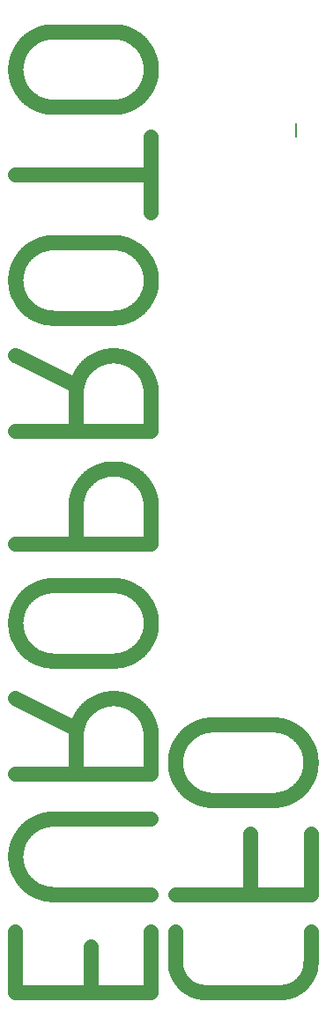
<source format=gbo>
G04 EAGLE Gerber RS-274X export*
G75*
%MOMM*%
%FSLAX34Y34*%
%LPD*%
%INBottom Silkscreen*%
%IPPOS*%
%AMOC8*
5,1,8,0,0,1.08239X$1,22.5*%
G01*
%ADD10C,1.447800*%
%ADD11C,0.203200*%


D10*
X173406Y75311D02*
X173406Y46355D01*
X173414Y45655D01*
X173440Y44956D01*
X173482Y44258D01*
X173541Y43560D01*
X173617Y42865D01*
X173710Y42171D01*
X173819Y41480D01*
X173945Y40792D01*
X174088Y40107D01*
X174247Y39425D01*
X174423Y38748D01*
X174615Y38075D01*
X174823Y37407D01*
X175047Y36744D01*
X175288Y36087D01*
X175544Y35436D01*
X175815Y34791D01*
X176103Y34153D01*
X176405Y33522D01*
X176723Y32898D01*
X177055Y32283D01*
X177403Y31675D01*
X177765Y31077D01*
X178141Y30487D01*
X178532Y29906D01*
X178936Y29335D01*
X179354Y28774D01*
X179786Y28223D01*
X180230Y27683D01*
X180688Y27154D01*
X181158Y26636D01*
X181641Y26129D01*
X182136Y25634D01*
X182643Y25151D01*
X183161Y24681D01*
X183690Y24223D01*
X184230Y23779D01*
X184781Y23347D01*
X185342Y22929D01*
X185913Y22525D01*
X186494Y22134D01*
X187084Y21758D01*
X187682Y21396D01*
X188290Y21048D01*
X188905Y20716D01*
X189529Y20398D01*
X190160Y20096D01*
X190798Y19808D01*
X191443Y19537D01*
X192094Y19281D01*
X192751Y19040D01*
X193414Y18816D01*
X194082Y18608D01*
X194755Y18416D01*
X195432Y18240D01*
X196114Y18081D01*
X196799Y17938D01*
X197487Y17812D01*
X198178Y17703D01*
X198872Y17610D01*
X199567Y17534D01*
X200265Y17475D01*
X200963Y17433D01*
X201662Y17407D01*
X202362Y17399D01*
X274752Y17399D01*
X275452Y17407D01*
X276151Y17433D01*
X276849Y17475D01*
X277547Y17534D01*
X278242Y17610D01*
X278936Y17703D01*
X279627Y17812D01*
X280315Y17938D01*
X281000Y18081D01*
X281682Y18240D01*
X282359Y18416D01*
X283032Y18608D01*
X283700Y18816D01*
X284363Y19040D01*
X285020Y19281D01*
X285671Y19537D01*
X286316Y19808D01*
X286954Y20096D01*
X287585Y20398D01*
X288209Y20716D01*
X288824Y21048D01*
X289432Y21396D01*
X290030Y21758D01*
X290620Y22134D01*
X291201Y22525D01*
X291772Y22929D01*
X292333Y23347D01*
X292884Y23779D01*
X293424Y24223D01*
X293953Y24681D01*
X294471Y25151D01*
X294978Y25634D01*
X295473Y26129D01*
X295956Y26636D01*
X296426Y27154D01*
X296884Y27683D01*
X297328Y28223D01*
X297760Y28774D01*
X298178Y29335D01*
X298582Y29906D01*
X298973Y30487D01*
X299349Y31077D01*
X299711Y31675D01*
X300059Y32283D01*
X300391Y32898D01*
X300709Y33522D01*
X301011Y34153D01*
X301299Y34791D01*
X301570Y35436D01*
X301826Y36087D01*
X302067Y36744D01*
X302291Y37407D01*
X302499Y38075D01*
X302691Y38748D01*
X302867Y39425D01*
X303026Y40107D01*
X303169Y40792D01*
X303295Y41480D01*
X303404Y42171D01*
X303497Y42865D01*
X303573Y43560D01*
X303632Y44258D01*
X303674Y44956D01*
X303700Y45655D01*
X303708Y46355D01*
X303708Y75311D01*
X303708Y111506D02*
X173406Y111506D01*
X303708Y111506D02*
X303708Y169418D01*
X245796Y169418D02*
X245796Y111506D01*
X267513Y201994D02*
X209601Y201994D01*
X267513Y201994D02*
X268394Y202005D01*
X269275Y202037D01*
X270155Y202091D01*
X271033Y202166D01*
X271909Y202262D01*
X272783Y202380D01*
X273653Y202519D01*
X274520Y202679D01*
X275383Y202860D01*
X276241Y203062D01*
X277094Y203285D01*
X277941Y203529D01*
X278782Y203793D01*
X279616Y204077D01*
X280443Y204382D01*
X281262Y204707D01*
X282074Y205052D01*
X282876Y205416D01*
X283670Y205800D01*
X284454Y206203D01*
X285227Y206625D01*
X285991Y207066D01*
X286743Y207525D01*
X287484Y208002D01*
X288213Y208498D01*
X288930Y209011D01*
X289634Y209541D01*
X290325Y210088D01*
X291003Y210652D01*
X291667Y211232D01*
X292316Y211828D01*
X292950Y212440D01*
X293570Y213067D01*
X294174Y213709D01*
X294762Y214365D01*
X295334Y215036D01*
X295890Y215720D01*
X296428Y216418D01*
X296950Y217129D01*
X297454Y217852D01*
X297940Y218587D01*
X298409Y219334D01*
X298859Y220092D01*
X299290Y220860D01*
X299703Y221639D01*
X300096Y222428D01*
X300470Y223226D01*
X300825Y224033D01*
X301160Y224848D01*
X301475Y225672D01*
X301769Y226502D01*
X302044Y227340D01*
X302298Y228184D01*
X302531Y229034D01*
X302744Y229890D01*
X302935Y230750D01*
X303106Y231615D01*
X303255Y232483D01*
X303384Y233355D01*
X303491Y234230D01*
X303577Y235108D01*
X303641Y235987D01*
X303684Y236867D01*
X303705Y237748D01*
X303705Y238630D01*
X303684Y239511D01*
X303641Y240391D01*
X303577Y241270D01*
X303491Y242148D01*
X303384Y243023D01*
X303255Y243895D01*
X303106Y244763D01*
X302935Y245628D01*
X302744Y246488D01*
X302531Y247344D01*
X302298Y248194D01*
X302044Y249038D01*
X301769Y249876D01*
X301475Y250706D01*
X301160Y251530D01*
X300825Y252345D01*
X300470Y253152D01*
X300096Y253950D01*
X299703Y254739D01*
X299290Y255518D01*
X298859Y256287D01*
X298409Y257044D01*
X297940Y257791D01*
X297454Y258526D01*
X296950Y259249D01*
X296428Y259960D01*
X295890Y260658D01*
X295334Y261342D01*
X294762Y262013D01*
X294174Y262669D01*
X293570Y263311D01*
X292950Y263938D01*
X292316Y264550D01*
X291667Y265146D01*
X291003Y265726D01*
X290325Y266290D01*
X289634Y266837D01*
X288930Y267367D01*
X288213Y267880D01*
X287484Y268376D01*
X286743Y268853D01*
X285991Y269312D01*
X285227Y269753D01*
X284454Y270175D01*
X283670Y270578D01*
X282876Y270962D01*
X282074Y271326D01*
X281262Y271671D01*
X280443Y271996D01*
X279616Y272301D01*
X278782Y272585D01*
X277941Y272849D01*
X277094Y273093D01*
X276241Y273316D01*
X275383Y273518D01*
X274520Y273699D01*
X273653Y273859D01*
X272783Y273998D01*
X271909Y274116D01*
X271033Y274212D01*
X270155Y274287D01*
X269275Y274341D01*
X268394Y274373D01*
X267513Y274384D01*
X209601Y274384D01*
X208720Y274373D01*
X207839Y274341D01*
X206959Y274287D01*
X206081Y274212D01*
X205205Y274116D01*
X204331Y273998D01*
X203461Y273859D01*
X202594Y273699D01*
X201731Y273518D01*
X200873Y273316D01*
X200020Y273093D01*
X199173Y272849D01*
X198332Y272585D01*
X197498Y272301D01*
X196671Y271996D01*
X195852Y271671D01*
X195040Y271326D01*
X194238Y270962D01*
X193444Y270578D01*
X192660Y270175D01*
X191887Y269753D01*
X191123Y269312D01*
X190371Y268853D01*
X189630Y268376D01*
X188901Y267880D01*
X188184Y267367D01*
X187480Y266837D01*
X186789Y266290D01*
X186111Y265726D01*
X185447Y265146D01*
X184798Y264550D01*
X184164Y263938D01*
X183544Y263311D01*
X182940Y262669D01*
X182352Y262013D01*
X181780Y261342D01*
X181224Y260658D01*
X180686Y259960D01*
X180164Y259249D01*
X179660Y258526D01*
X179174Y257791D01*
X178705Y257044D01*
X178255Y256286D01*
X177824Y255518D01*
X177411Y254739D01*
X177018Y253950D01*
X176644Y253152D01*
X176289Y252345D01*
X175954Y251530D01*
X175639Y250706D01*
X175345Y249876D01*
X175070Y249038D01*
X174816Y248194D01*
X174583Y247344D01*
X174370Y246488D01*
X174179Y245628D01*
X174008Y244763D01*
X173859Y243895D01*
X173730Y243023D01*
X173623Y242148D01*
X173537Y241270D01*
X173473Y240391D01*
X173430Y239511D01*
X173409Y238630D01*
X173409Y237748D01*
X173430Y236867D01*
X173473Y235987D01*
X173537Y235108D01*
X173623Y234230D01*
X173730Y233355D01*
X173859Y232483D01*
X174008Y231615D01*
X174179Y230750D01*
X174370Y229890D01*
X174583Y229034D01*
X174816Y228184D01*
X175070Y227340D01*
X175345Y226502D01*
X175639Y225672D01*
X175954Y224848D01*
X176289Y224033D01*
X176644Y223226D01*
X177018Y222428D01*
X177411Y221639D01*
X177824Y220860D01*
X178255Y220091D01*
X178705Y219334D01*
X179174Y218587D01*
X179660Y217852D01*
X180164Y217129D01*
X180686Y216418D01*
X181224Y215720D01*
X181780Y215036D01*
X182352Y214365D01*
X182940Y213709D01*
X183544Y213067D01*
X184164Y212440D01*
X184798Y211828D01*
X185447Y211232D01*
X186111Y210652D01*
X186789Y210088D01*
X187480Y209541D01*
X188184Y209011D01*
X188901Y208498D01*
X189630Y208002D01*
X190371Y207525D01*
X191123Y207066D01*
X191887Y206625D01*
X192660Y206203D01*
X193444Y205800D01*
X194238Y205416D01*
X195040Y205052D01*
X195852Y204707D01*
X196671Y204382D01*
X197498Y204077D01*
X198332Y203793D01*
X199173Y203529D01*
X200020Y203285D01*
X200873Y203062D01*
X201731Y202860D01*
X202594Y202679D01*
X203461Y202519D01*
X204331Y202380D01*
X205205Y202262D01*
X206081Y202166D01*
X206959Y202091D01*
X207839Y202037D01*
X208720Y202005D01*
X209601Y201994D01*
X19939Y75311D02*
X19939Y17399D01*
X150241Y17399D01*
X150241Y75311D01*
X92329Y60833D02*
X92329Y17399D01*
X56134Y111506D02*
X150241Y111506D01*
X56134Y111506D02*
X55253Y111517D01*
X54372Y111549D01*
X53492Y111603D01*
X52614Y111678D01*
X51738Y111774D01*
X50864Y111892D01*
X49994Y112031D01*
X49127Y112191D01*
X48264Y112372D01*
X47406Y112574D01*
X46553Y112797D01*
X45706Y113041D01*
X44865Y113305D01*
X44031Y113589D01*
X43204Y113894D01*
X42385Y114219D01*
X41573Y114564D01*
X40771Y114928D01*
X39977Y115312D01*
X39193Y115715D01*
X38420Y116137D01*
X37656Y116578D01*
X36904Y117037D01*
X36163Y117514D01*
X35434Y118010D01*
X34717Y118523D01*
X34013Y119053D01*
X33322Y119600D01*
X32644Y120164D01*
X31980Y120744D01*
X31331Y121340D01*
X30697Y121952D01*
X30077Y122579D01*
X29473Y123221D01*
X28885Y123877D01*
X28313Y124548D01*
X27757Y125232D01*
X27219Y125930D01*
X26697Y126641D01*
X26193Y127364D01*
X25707Y128099D01*
X25238Y128846D01*
X24788Y129603D01*
X24357Y130372D01*
X23944Y131151D01*
X23551Y131940D01*
X23177Y132738D01*
X22822Y133545D01*
X22487Y134360D01*
X22172Y135184D01*
X21878Y136014D01*
X21603Y136852D01*
X21349Y137696D01*
X21116Y138546D01*
X20903Y139402D01*
X20712Y140262D01*
X20541Y141127D01*
X20392Y141995D01*
X20263Y142867D01*
X20156Y143742D01*
X20070Y144620D01*
X20006Y145499D01*
X19963Y146379D01*
X19942Y147260D01*
X19942Y148142D01*
X19963Y149023D01*
X20006Y149903D01*
X20070Y150782D01*
X20156Y151660D01*
X20263Y152535D01*
X20392Y153407D01*
X20541Y154275D01*
X20712Y155140D01*
X20903Y156000D01*
X21116Y156856D01*
X21349Y157706D01*
X21603Y158550D01*
X21878Y159388D01*
X22172Y160218D01*
X22487Y161042D01*
X22822Y161857D01*
X23177Y162664D01*
X23551Y163462D01*
X23944Y164251D01*
X24357Y165030D01*
X24788Y165798D01*
X25238Y166556D01*
X25707Y167303D01*
X26193Y168038D01*
X26697Y168761D01*
X27219Y169472D01*
X27757Y170170D01*
X28313Y170854D01*
X28885Y171525D01*
X29473Y172181D01*
X30077Y172823D01*
X30697Y173450D01*
X31331Y174062D01*
X31980Y174658D01*
X32644Y175238D01*
X33322Y175802D01*
X34013Y176349D01*
X34717Y176879D01*
X35434Y177392D01*
X36163Y177888D01*
X36904Y178365D01*
X37656Y178824D01*
X38420Y179265D01*
X39193Y179687D01*
X39977Y180090D01*
X40771Y180474D01*
X41573Y180838D01*
X42385Y181183D01*
X43204Y181508D01*
X44031Y181813D01*
X44865Y182097D01*
X45706Y182361D01*
X46553Y182605D01*
X47406Y182828D01*
X48264Y183030D01*
X49127Y183211D01*
X49994Y183371D01*
X50864Y183510D01*
X51738Y183628D01*
X52614Y183724D01*
X53492Y183799D01*
X54372Y183853D01*
X55253Y183885D01*
X56134Y183896D01*
X150241Y183896D01*
X150241Y227330D02*
X19939Y227330D01*
X150241Y227330D02*
X150241Y263525D01*
X150230Y264406D01*
X150198Y265287D01*
X150144Y266167D01*
X150069Y267045D01*
X149973Y267921D01*
X149855Y268795D01*
X149716Y269665D01*
X149556Y270532D01*
X149375Y271395D01*
X149173Y272253D01*
X148950Y273106D01*
X148706Y273953D01*
X148442Y274794D01*
X148158Y275628D01*
X147853Y276455D01*
X147528Y277274D01*
X147183Y278086D01*
X146819Y278888D01*
X146435Y279682D01*
X146032Y280466D01*
X145610Y281239D01*
X145169Y282003D01*
X144710Y282755D01*
X144233Y283496D01*
X143737Y284225D01*
X143224Y284942D01*
X142694Y285646D01*
X142147Y286337D01*
X141583Y287015D01*
X141003Y287679D01*
X140407Y288328D01*
X139795Y288962D01*
X139168Y289582D01*
X138526Y290186D01*
X137870Y290774D01*
X137199Y291346D01*
X136515Y291902D01*
X135817Y292440D01*
X135106Y292962D01*
X134383Y293466D01*
X133648Y293952D01*
X132901Y294421D01*
X132144Y294871D01*
X131375Y295302D01*
X130596Y295715D01*
X129807Y296108D01*
X129009Y296482D01*
X128202Y296837D01*
X127387Y297172D01*
X126563Y297487D01*
X125733Y297781D01*
X124895Y298056D01*
X124051Y298310D01*
X123201Y298543D01*
X122345Y298756D01*
X121485Y298947D01*
X120620Y299118D01*
X119752Y299267D01*
X118880Y299396D01*
X118005Y299503D01*
X117127Y299589D01*
X116248Y299653D01*
X115368Y299696D01*
X114487Y299717D01*
X113605Y299717D01*
X112724Y299696D01*
X111844Y299653D01*
X110965Y299589D01*
X110087Y299503D01*
X109212Y299396D01*
X108340Y299267D01*
X107472Y299118D01*
X106607Y298947D01*
X105747Y298756D01*
X104891Y298543D01*
X104041Y298310D01*
X103197Y298056D01*
X102359Y297781D01*
X101529Y297487D01*
X100705Y297172D01*
X99890Y296837D01*
X99083Y296482D01*
X98285Y296108D01*
X97496Y295715D01*
X96717Y295302D01*
X95949Y294871D01*
X95191Y294421D01*
X94444Y293952D01*
X93709Y293466D01*
X92986Y292962D01*
X92275Y292440D01*
X91577Y291902D01*
X90893Y291346D01*
X90222Y290774D01*
X89566Y290186D01*
X88924Y289582D01*
X88297Y288962D01*
X87685Y288328D01*
X87089Y287679D01*
X86509Y287015D01*
X85945Y286337D01*
X85398Y285646D01*
X84868Y284942D01*
X84355Y284225D01*
X83859Y283496D01*
X83382Y282755D01*
X82923Y282003D01*
X82482Y281239D01*
X82060Y280466D01*
X81657Y279682D01*
X81273Y278888D01*
X80909Y278086D01*
X80564Y277274D01*
X80239Y276455D01*
X79934Y275628D01*
X79650Y274794D01*
X79386Y273953D01*
X79142Y273106D01*
X78919Y272253D01*
X78717Y271395D01*
X78536Y270532D01*
X78376Y269665D01*
X78237Y268795D01*
X78119Y267921D01*
X78023Y267045D01*
X77948Y266167D01*
X77894Y265287D01*
X77862Y264406D01*
X77851Y263525D01*
X77851Y227330D01*
X77851Y270764D02*
X19939Y299720D01*
X56134Y335915D02*
X114046Y335915D01*
X114927Y335926D01*
X115808Y335958D01*
X116688Y336012D01*
X117566Y336087D01*
X118442Y336183D01*
X119316Y336301D01*
X120186Y336440D01*
X121053Y336600D01*
X121916Y336781D01*
X122774Y336983D01*
X123627Y337206D01*
X124474Y337450D01*
X125315Y337714D01*
X126149Y337998D01*
X126976Y338303D01*
X127795Y338628D01*
X128607Y338973D01*
X129409Y339337D01*
X130203Y339721D01*
X130987Y340124D01*
X131760Y340546D01*
X132524Y340987D01*
X133276Y341446D01*
X134017Y341923D01*
X134746Y342419D01*
X135463Y342932D01*
X136167Y343462D01*
X136858Y344009D01*
X137536Y344573D01*
X138200Y345153D01*
X138849Y345749D01*
X139483Y346361D01*
X140103Y346988D01*
X140707Y347630D01*
X141295Y348286D01*
X141867Y348957D01*
X142423Y349641D01*
X142961Y350339D01*
X143483Y351050D01*
X143987Y351773D01*
X144473Y352508D01*
X144942Y353255D01*
X145392Y354013D01*
X145823Y354781D01*
X146236Y355560D01*
X146629Y356349D01*
X147003Y357147D01*
X147358Y357954D01*
X147693Y358769D01*
X148008Y359593D01*
X148302Y360423D01*
X148577Y361261D01*
X148831Y362105D01*
X149064Y362955D01*
X149277Y363811D01*
X149468Y364671D01*
X149639Y365536D01*
X149788Y366404D01*
X149917Y367276D01*
X150024Y368151D01*
X150110Y369029D01*
X150174Y369908D01*
X150217Y370788D01*
X150238Y371669D01*
X150238Y372551D01*
X150217Y373432D01*
X150174Y374312D01*
X150110Y375191D01*
X150024Y376069D01*
X149917Y376944D01*
X149788Y377816D01*
X149639Y378684D01*
X149468Y379549D01*
X149277Y380409D01*
X149064Y381265D01*
X148831Y382115D01*
X148577Y382959D01*
X148302Y383797D01*
X148008Y384627D01*
X147693Y385451D01*
X147358Y386266D01*
X147003Y387073D01*
X146629Y387871D01*
X146236Y388660D01*
X145823Y389439D01*
X145392Y390208D01*
X144942Y390965D01*
X144473Y391712D01*
X143987Y392447D01*
X143483Y393170D01*
X142961Y393881D01*
X142423Y394579D01*
X141867Y395263D01*
X141295Y395934D01*
X140707Y396590D01*
X140103Y397232D01*
X139483Y397859D01*
X138849Y398471D01*
X138200Y399067D01*
X137536Y399647D01*
X136858Y400211D01*
X136167Y400758D01*
X135463Y401288D01*
X134746Y401801D01*
X134017Y402297D01*
X133276Y402774D01*
X132524Y403233D01*
X131760Y403674D01*
X130987Y404096D01*
X130203Y404499D01*
X129409Y404883D01*
X128607Y405247D01*
X127795Y405592D01*
X126976Y405917D01*
X126149Y406222D01*
X125315Y406506D01*
X124474Y406770D01*
X123627Y407014D01*
X122774Y407237D01*
X121916Y407439D01*
X121053Y407620D01*
X120186Y407780D01*
X119316Y407919D01*
X118442Y408037D01*
X117566Y408133D01*
X116688Y408208D01*
X115808Y408262D01*
X114927Y408294D01*
X114046Y408305D01*
X56134Y408305D01*
X55253Y408294D01*
X54372Y408262D01*
X53492Y408208D01*
X52614Y408133D01*
X51738Y408037D01*
X50864Y407919D01*
X49994Y407780D01*
X49127Y407620D01*
X48264Y407439D01*
X47406Y407237D01*
X46553Y407014D01*
X45706Y406770D01*
X44865Y406506D01*
X44031Y406222D01*
X43204Y405917D01*
X42385Y405592D01*
X41573Y405247D01*
X40771Y404883D01*
X39977Y404499D01*
X39193Y404096D01*
X38420Y403674D01*
X37656Y403233D01*
X36904Y402774D01*
X36163Y402297D01*
X35434Y401801D01*
X34717Y401288D01*
X34013Y400758D01*
X33322Y400211D01*
X32644Y399647D01*
X31980Y399067D01*
X31331Y398471D01*
X30697Y397859D01*
X30077Y397232D01*
X29473Y396590D01*
X28885Y395934D01*
X28313Y395263D01*
X27757Y394579D01*
X27219Y393881D01*
X26697Y393170D01*
X26193Y392447D01*
X25707Y391712D01*
X25238Y390965D01*
X24788Y390208D01*
X24357Y389439D01*
X23944Y388660D01*
X23551Y387871D01*
X23177Y387073D01*
X22822Y386266D01*
X22487Y385451D01*
X22172Y384627D01*
X21878Y383797D01*
X21603Y382959D01*
X21349Y382115D01*
X21116Y381265D01*
X20903Y380409D01*
X20712Y379549D01*
X20541Y378684D01*
X20392Y377816D01*
X20263Y376944D01*
X20156Y376069D01*
X20070Y375191D01*
X20006Y374312D01*
X19963Y373432D01*
X19942Y372551D01*
X19942Y371669D01*
X19963Y370788D01*
X20006Y369908D01*
X20070Y369029D01*
X20156Y368151D01*
X20263Y367276D01*
X20392Y366404D01*
X20541Y365536D01*
X20712Y364671D01*
X20903Y363811D01*
X21116Y362955D01*
X21349Y362105D01*
X21603Y361261D01*
X21878Y360423D01*
X22172Y359593D01*
X22487Y358769D01*
X22822Y357954D01*
X23177Y357147D01*
X23551Y356349D01*
X23944Y355560D01*
X24357Y354781D01*
X24788Y354012D01*
X25238Y353255D01*
X25707Y352508D01*
X26193Y351773D01*
X26697Y351050D01*
X27219Y350339D01*
X27757Y349641D01*
X28313Y348957D01*
X28885Y348286D01*
X29473Y347630D01*
X30077Y346988D01*
X30697Y346361D01*
X31331Y345749D01*
X31980Y345153D01*
X32644Y344573D01*
X33322Y344009D01*
X34013Y343462D01*
X34717Y342932D01*
X35434Y342419D01*
X36163Y341923D01*
X36904Y341446D01*
X37656Y340987D01*
X38420Y340546D01*
X39193Y340124D01*
X39977Y339721D01*
X40771Y339337D01*
X41573Y338973D01*
X42385Y338628D01*
X43204Y338303D01*
X44031Y337998D01*
X44865Y337714D01*
X45706Y337450D01*
X46553Y337206D01*
X47406Y336983D01*
X48264Y336781D01*
X49127Y336600D01*
X49994Y336440D01*
X50864Y336301D01*
X51738Y336183D01*
X52614Y336087D01*
X53492Y336012D01*
X54372Y335958D01*
X55253Y335926D01*
X56134Y335915D01*
X19939Y448120D02*
X150241Y448120D01*
X150241Y484315D01*
X150230Y485196D01*
X150198Y486077D01*
X150144Y486957D01*
X150069Y487835D01*
X149973Y488711D01*
X149855Y489585D01*
X149716Y490455D01*
X149556Y491322D01*
X149375Y492185D01*
X149173Y493043D01*
X148950Y493896D01*
X148706Y494743D01*
X148442Y495584D01*
X148158Y496418D01*
X147853Y497245D01*
X147528Y498064D01*
X147183Y498876D01*
X146819Y499678D01*
X146435Y500472D01*
X146032Y501256D01*
X145610Y502029D01*
X145169Y502793D01*
X144710Y503545D01*
X144233Y504286D01*
X143737Y505015D01*
X143224Y505732D01*
X142694Y506436D01*
X142147Y507127D01*
X141583Y507805D01*
X141003Y508469D01*
X140407Y509118D01*
X139795Y509752D01*
X139168Y510372D01*
X138526Y510976D01*
X137870Y511564D01*
X137199Y512136D01*
X136515Y512692D01*
X135817Y513230D01*
X135106Y513752D01*
X134383Y514256D01*
X133648Y514742D01*
X132901Y515211D01*
X132144Y515661D01*
X131375Y516092D01*
X130596Y516505D01*
X129807Y516898D01*
X129009Y517272D01*
X128202Y517627D01*
X127387Y517962D01*
X126563Y518277D01*
X125733Y518571D01*
X124895Y518846D01*
X124051Y519100D01*
X123201Y519333D01*
X122345Y519546D01*
X121485Y519737D01*
X120620Y519908D01*
X119752Y520057D01*
X118880Y520186D01*
X118005Y520293D01*
X117127Y520379D01*
X116248Y520443D01*
X115368Y520486D01*
X114487Y520507D01*
X113605Y520507D01*
X112724Y520486D01*
X111844Y520443D01*
X110965Y520379D01*
X110087Y520293D01*
X109212Y520186D01*
X108340Y520057D01*
X107472Y519908D01*
X106607Y519737D01*
X105747Y519546D01*
X104891Y519333D01*
X104041Y519100D01*
X103197Y518846D01*
X102359Y518571D01*
X101529Y518277D01*
X100705Y517962D01*
X99890Y517627D01*
X99083Y517272D01*
X98285Y516898D01*
X97496Y516505D01*
X96717Y516092D01*
X95949Y515661D01*
X95191Y515211D01*
X94444Y514742D01*
X93709Y514256D01*
X92986Y513752D01*
X92275Y513230D01*
X91577Y512692D01*
X90893Y512136D01*
X90222Y511564D01*
X89566Y510976D01*
X88924Y510372D01*
X88297Y509752D01*
X87685Y509118D01*
X87089Y508469D01*
X86509Y507805D01*
X85945Y507127D01*
X85398Y506436D01*
X84868Y505732D01*
X84355Y505015D01*
X83859Y504286D01*
X83382Y503545D01*
X82923Y502793D01*
X82482Y502029D01*
X82060Y501256D01*
X81657Y500472D01*
X81273Y499678D01*
X80909Y498876D01*
X80564Y498064D01*
X80239Y497245D01*
X79934Y496418D01*
X79650Y495584D01*
X79386Y494743D01*
X79142Y493896D01*
X78919Y493043D01*
X78717Y492185D01*
X78536Y491322D01*
X78376Y490455D01*
X78237Y489585D01*
X78119Y488711D01*
X78023Y487835D01*
X77948Y486957D01*
X77894Y486077D01*
X77862Y485196D01*
X77851Y484315D01*
X77851Y448120D01*
X19939Y556705D02*
X150241Y556705D01*
X150241Y592900D01*
X150230Y593781D01*
X150198Y594662D01*
X150144Y595542D01*
X150069Y596420D01*
X149973Y597296D01*
X149855Y598170D01*
X149716Y599040D01*
X149556Y599907D01*
X149375Y600770D01*
X149173Y601628D01*
X148950Y602481D01*
X148706Y603328D01*
X148442Y604169D01*
X148158Y605003D01*
X147853Y605830D01*
X147528Y606649D01*
X147183Y607461D01*
X146819Y608263D01*
X146435Y609057D01*
X146032Y609841D01*
X145610Y610614D01*
X145169Y611378D01*
X144710Y612130D01*
X144233Y612871D01*
X143737Y613600D01*
X143224Y614317D01*
X142694Y615021D01*
X142147Y615712D01*
X141583Y616390D01*
X141003Y617054D01*
X140407Y617703D01*
X139795Y618337D01*
X139168Y618957D01*
X138526Y619561D01*
X137870Y620149D01*
X137199Y620721D01*
X136515Y621277D01*
X135817Y621815D01*
X135106Y622337D01*
X134383Y622841D01*
X133648Y623327D01*
X132901Y623796D01*
X132144Y624246D01*
X131375Y624677D01*
X130596Y625090D01*
X129807Y625483D01*
X129009Y625857D01*
X128202Y626212D01*
X127387Y626547D01*
X126563Y626862D01*
X125733Y627156D01*
X124895Y627431D01*
X124051Y627685D01*
X123201Y627918D01*
X122345Y628131D01*
X121485Y628322D01*
X120620Y628493D01*
X119752Y628642D01*
X118880Y628771D01*
X118005Y628878D01*
X117127Y628964D01*
X116248Y629028D01*
X115368Y629071D01*
X114487Y629092D01*
X113605Y629092D01*
X112724Y629071D01*
X111844Y629028D01*
X110965Y628964D01*
X110087Y628878D01*
X109212Y628771D01*
X108340Y628642D01*
X107472Y628493D01*
X106607Y628322D01*
X105747Y628131D01*
X104891Y627918D01*
X104041Y627685D01*
X103197Y627431D01*
X102359Y627156D01*
X101529Y626862D01*
X100705Y626547D01*
X99890Y626212D01*
X99083Y625857D01*
X98285Y625483D01*
X97496Y625090D01*
X96717Y624677D01*
X95949Y624246D01*
X95191Y623796D01*
X94444Y623327D01*
X93709Y622841D01*
X92986Y622337D01*
X92275Y621815D01*
X91577Y621277D01*
X90893Y620721D01*
X90222Y620149D01*
X89566Y619561D01*
X88924Y618957D01*
X88297Y618337D01*
X87685Y617703D01*
X87089Y617054D01*
X86509Y616390D01*
X85945Y615712D01*
X85398Y615021D01*
X84868Y614317D01*
X84355Y613600D01*
X83859Y612871D01*
X83382Y612130D01*
X82923Y611378D01*
X82482Y610614D01*
X82060Y609841D01*
X81657Y609057D01*
X81273Y608263D01*
X80909Y607461D01*
X80564Y606649D01*
X80239Y605830D01*
X79934Y605003D01*
X79650Y604169D01*
X79386Y603328D01*
X79142Y602481D01*
X78919Y601628D01*
X78717Y600770D01*
X78536Y599907D01*
X78376Y599040D01*
X78237Y598170D01*
X78119Y597296D01*
X78023Y596420D01*
X77948Y595542D01*
X77894Y594662D01*
X77862Y593781D01*
X77851Y592900D01*
X77851Y556705D01*
X77851Y600139D02*
X19939Y629095D01*
X56134Y665290D02*
X114046Y665290D01*
X114927Y665301D01*
X115808Y665333D01*
X116688Y665387D01*
X117566Y665462D01*
X118442Y665558D01*
X119316Y665676D01*
X120186Y665815D01*
X121053Y665975D01*
X121916Y666156D01*
X122774Y666358D01*
X123627Y666581D01*
X124474Y666825D01*
X125315Y667089D01*
X126149Y667373D01*
X126976Y667678D01*
X127795Y668003D01*
X128607Y668348D01*
X129409Y668712D01*
X130203Y669096D01*
X130987Y669499D01*
X131760Y669921D01*
X132524Y670362D01*
X133276Y670821D01*
X134017Y671298D01*
X134746Y671794D01*
X135463Y672307D01*
X136167Y672837D01*
X136858Y673384D01*
X137536Y673948D01*
X138200Y674528D01*
X138849Y675124D01*
X139483Y675736D01*
X140103Y676363D01*
X140707Y677005D01*
X141295Y677661D01*
X141867Y678332D01*
X142423Y679016D01*
X142961Y679714D01*
X143483Y680425D01*
X143987Y681148D01*
X144473Y681883D01*
X144942Y682630D01*
X145392Y683388D01*
X145823Y684156D01*
X146236Y684935D01*
X146629Y685724D01*
X147003Y686522D01*
X147358Y687329D01*
X147693Y688144D01*
X148008Y688968D01*
X148302Y689798D01*
X148577Y690636D01*
X148831Y691480D01*
X149064Y692330D01*
X149277Y693186D01*
X149468Y694046D01*
X149639Y694911D01*
X149788Y695779D01*
X149917Y696651D01*
X150024Y697526D01*
X150110Y698404D01*
X150174Y699283D01*
X150217Y700163D01*
X150238Y701044D01*
X150238Y701926D01*
X150217Y702807D01*
X150174Y703687D01*
X150110Y704566D01*
X150024Y705444D01*
X149917Y706319D01*
X149788Y707191D01*
X149639Y708059D01*
X149468Y708924D01*
X149277Y709784D01*
X149064Y710640D01*
X148831Y711490D01*
X148577Y712334D01*
X148302Y713172D01*
X148008Y714002D01*
X147693Y714826D01*
X147358Y715641D01*
X147003Y716448D01*
X146629Y717246D01*
X146236Y718035D01*
X145823Y718814D01*
X145392Y719583D01*
X144942Y720340D01*
X144473Y721087D01*
X143987Y721822D01*
X143483Y722545D01*
X142961Y723256D01*
X142423Y723954D01*
X141867Y724638D01*
X141295Y725309D01*
X140707Y725965D01*
X140103Y726607D01*
X139483Y727234D01*
X138849Y727846D01*
X138200Y728442D01*
X137536Y729022D01*
X136858Y729586D01*
X136167Y730133D01*
X135463Y730663D01*
X134746Y731176D01*
X134017Y731672D01*
X133276Y732149D01*
X132524Y732608D01*
X131760Y733049D01*
X130987Y733471D01*
X130203Y733874D01*
X129409Y734258D01*
X128607Y734622D01*
X127795Y734967D01*
X126976Y735292D01*
X126149Y735597D01*
X125315Y735881D01*
X124474Y736145D01*
X123627Y736389D01*
X122774Y736612D01*
X121916Y736814D01*
X121053Y736995D01*
X120186Y737155D01*
X119316Y737294D01*
X118442Y737412D01*
X117566Y737508D01*
X116688Y737583D01*
X115808Y737637D01*
X114927Y737669D01*
X114046Y737680D01*
X56134Y737680D01*
X55253Y737669D01*
X54372Y737637D01*
X53492Y737583D01*
X52614Y737508D01*
X51738Y737412D01*
X50864Y737294D01*
X49994Y737155D01*
X49127Y736995D01*
X48264Y736814D01*
X47406Y736612D01*
X46553Y736389D01*
X45706Y736145D01*
X44865Y735881D01*
X44031Y735597D01*
X43204Y735292D01*
X42385Y734967D01*
X41573Y734622D01*
X40771Y734258D01*
X39977Y733874D01*
X39193Y733471D01*
X38420Y733049D01*
X37656Y732608D01*
X36904Y732149D01*
X36163Y731672D01*
X35434Y731176D01*
X34717Y730663D01*
X34013Y730133D01*
X33322Y729586D01*
X32644Y729022D01*
X31980Y728442D01*
X31331Y727846D01*
X30697Y727234D01*
X30077Y726607D01*
X29473Y725965D01*
X28885Y725309D01*
X28313Y724638D01*
X27757Y723954D01*
X27219Y723256D01*
X26697Y722545D01*
X26193Y721822D01*
X25707Y721087D01*
X25238Y720340D01*
X24788Y719583D01*
X24357Y718814D01*
X23944Y718035D01*
X23551Y717246D01*
X23177Y716448D01*
X22822Y715641D01*
X22487Y714826D01*
X22172Y714002D01*
X21878Y713172D01*
X21603Y712334D01*
X21349Y711490D01*
X21116Y710640D01*
X20903Y709784D01*
X20712Y708924D01*
X20541Y708059D01*
X20392Y707191D01*
X20263Y706319D01*
X20156Y705444D01*
X20070Y704566D01*
X20006Y703687D01*
X19963Y702807D01*
X19942Y701926D01*
X19942Y701044D01*
X19963Y700163D01*
X20006Y699283D01*
X20070Y698404D01*
X20156Y697526D01*
X20263Y696651D01*
X20392Y695779D01*
X20541Y694911D01*
X20712Y694046D01*
X20903Y693186D01*
X21116Y692330D01*
X21349Y691480D01*
X21603Y690636D01*
X21878Y689798D01*
X22172Y688968D01*
X22487Y688144D01*
X22822Y687329D01*
X23177Y686522D01*
X23551Y685724D01*
X23944Y684935D01*
X24357Y684156D01*
X24788Y683387D01*
X25238Y682630D01*
X25707Y681883D01*
X26193Y681148D01*
X26697Y680425D01*
X27219Y679714D01*
X27757Y679016D01*
X28313Y678332D01*
X28885Y677661D01*
X29473Y677005D01*
X30077Y676363D01*
X30697Y675736D01*
X31331Y675124D01*
X31980Y674528D01*
X32644Y673948D01*
X33322Y673384D01*
X34013Y672837D01*
X34717Y672307D01*
X35434Y671794D01*
X36163Y671298D01*
X36904Y670821D01*
X37656Y670362D01*
X38420Y669921D01*
X39193Y669499D01*
X39977Y669096D01*
X40771Y668712D01*
X41573Y668348D01*
X42385Y668003D01*
X43204Y667678D01*
X44031Y667373D01*
X44865Y667089D01*
X45706Y666825D01*
X46553Y666581D01*
X47406Y666358D01*
X48264Y666156D01*
X49127Y665975D01*
X49994Y665815D01*
X50864Y665676D01*
X51738Y665558D01*
X52614Y665462D01*
X53492Y665387D01*
X54372Y665333D01*
X55253Y665301D01*
X56134Y665290D01*
X19939Y802831D02*
X150241Y802831D01*
X150241Y766636D02*
X150241Y839026D01*
X114046Y867982D02*
X56134Y867982D01*
X114046Y867982D02*
X114927Y867993D01*
X115808Y868025D01*
X116688Y868079D01*
X117566Y868154D01*
X118442Y868250D01*
X119316Y868368D01*
X120186Y868507D01*
X121053Y868667D01*
X121916Y868848D01*
X122774Y869050D01*
X123627Y869273D01*
X124474Y869517D01*
X125315Y869781D01*
X126149Y870065D01*
X126976Y870370D01*
X127795Y870695D01*
X128607Y871040D01*
X129409Y871404D01*
X130203Y871788D01*
X130987Y872191D01*
X131760Y872613D01*
X132524Y873054D01*
X133276Y873513D01*
X134017Y873990D01*
X134746Y874486D01*
X135463Y874999D01*
X136167Y875529D01*
X136858Y876076D01*
X137536Y876640D01*
X138200Y877220D01*
X138849Y877816D01*
X139483Y878428D01*
X140103Y879055D01*
X140707Y879697D01*
X141295Y880353D01*
X141867Y881024D01*
X142423Y881708D01*
X142961Y882406D01*
X143483Y883117D01*
X143987Y883840D01*
X144473Y884575D01*
X144942Y885322D01*
X145392Y886080D01*
X145823Y886848D01*
X146236Y887627D01*
X146629Y888416D01*
X147003Y889214D01*
X147358Y890021D01*
X147693Y890836D01*
X148008Y891660D01*
X148302Y892490D01*
X148577Y893328D01*
X148831Y894172D01*
X149064Y895022D01*
X149277Y895878D01*
X149468Y896738D01*
X149639Y897603D01*
X149788Y898471D01*
X149917Y899343D01*
X150024Y900218D01*
X150110Y901096D01*
X150174Y901975D01*
X150217Y902855D01*
X150238Y903736D01*
X150238Y904618D01*
X150217Y905499D01*
X150174Y906379D01*
X150110Y907258D01*
X150024Y908136D01*
X149917Y909011D01*
X149788Y909883D01*
X149639Y910751D01*
X149468Y911616D01*
X149277Y912476D01*
X149064Y913332D01*
X148831Y914182D01*
X148577Y915026D01*
X148302Y915864D01*
X148008Y916694D01*
X147693Y917518D01*
X147358Y918333D01*
X147003Y919140D01*
X146629Y919938D01*
X146236Y920727D01*
X145823Y921506D01*
X145392Y922275D01*
X144942Y923032D01*
X144473Y923779D01*
X143987Y924514D01*
X143483Y925237D01*
X142961Y925948D01*
X142423Y926646D01*
X141867Y927330D01*
X141295Y928001D01*
X140707Y928657D01*
X140103Y929299D01*
X139483Y929926D01*
X138849Y930538D01*
X138200Y931134D01*
X137536Y931714D01*
X136858Y932278D01*
X136167Y932825D01*
X135463Y933355D01*
X134746Y933868D01*
X134017Y934364D01*
X133276Y934841D01*
X132524Y935300D01*
X131760Y935741D01*
X130987Y936163D01*
X130203Y936566D01*
X129409Y936950D01*
X128607Y937314D01*
X127795Y937659D01*
X126976Y937984D01*
X126149Y938289D01*
X125315Y938573D01*
X124474Y938837D01*
X123627Y939081D01*
X122774Y939304D01*
X121916Y939506D01*
X121053Y939687D01*
X120186Y939847D01*
X119316Y939986D01*
X118442Y940104D01*
X117566Y940200D01*
X116688Y940275D01*
X115808Y940329D01*
X114927Y940361D01*
X114046Y940372D01*
X56134Y940372D01*
X55253Y940361D01*
X54372Y940329D01*
X53492Y940275D01*
X52614Y940200D01*
X51738Y940104D01*
X50864Y939986D01*
X49994Y939847D01*
X49127Y939687D01*
X48264Y939506D01*
X47406Y939304D01*
X46553Y939081D01*
X45706Y938837D01*
X44865Y938573D01*
X44031Y938289D01*
X43204Y937984D01*
X42385Y937659D01*
X41573Y937314D01*
X40771Y936950D01*
X39977Y936566D01*
X39193Y936163D01*
X38420Y935741D01*
X37656Y935300D01*
X36904Y934841D01*
X36163Y934364D01*
X35434Y933868D01*
X34717Y933355D01*
X34013Y932825D01*
X33322Y932278D01*
X32644Y931714D01*
X31980Y931134D01*
X31331Y930538D01*
X30697Y929926D01*
X30077Y929299D01*
X29473Y928657D01*
X28885Y928001D01*
X28313Y927330D01*
X27757Y926646D01*
X27219Y925948D01*
X26697Y925237D01*
X26193Y924514D01*
X25707Y923779D01*
X25238Y923032D01*
X24788Y922275D01*
X24357Y921506D01*
X23944Y920727D01*
X23551Y919938D01*
X23177Y919140D01*
X22822Y918333D01*
X22487Y917518D01*
X22172Y916694D01*
X21878Y915864D01*
X21603Y915026D01*
X21349Y914182D01*
X21116Y913332D01*
X20903Y912476D01*
X20712Y911616D01*
X20541Y910751D01*
X20392Y909883D01*
X20263Y909011D01*
X20156Y908136D01*
X20070Y907258D01*
X20006Y906379D01*
X19963Y905499D01*
X19942Y904618D01*
X19942Y903736D01*
X19963Y902855D01*
X20006Y901975D01*
X20070Y901096D01*
X20156Y900218D01*
X20263Y899343D01*
X20392Y898471D01*
X20541Y897603D01*
X20712Y896738D01*
X20903Y895878D01*
X21116Y895022D01*
X21349Y894172D01*
X21603Y893328D01*
X21878Y892490D01*
X22172Y891660D01*
X22487Y890836D01*
X22822Y890021D01*
X23177Y889214D01*
X23551Y888416D01*
X23944Y887627D01*
X24357Y886848D01*
X24788Y886079D01*
X25238Y885322D01*
X25707Y884575D01*
X26193Y883840D01*
X26697Y883117D01*
X27219Y882406D01*
X27757Y881708D01*
X28313Y881024D01*
X28885Y880353D01*
X29473Y879697D01*
X30077Y879055D01*
X30697Y878428D01*
X31331Y877816D01*
X31980Y877220D01*
X32644Y876640D01*
X33322Y876076D01*
X34013Y875529D01*
X34717Y874999D01*
X35434Y874486D01*
X36163Y873990D01*
X36904Y873513D01*
X37656Y873054D01*
X38420Y872613D01*
X39193Y872191D01*
X39977Y871788D01*
X40771Y871404D01*
X41573Y871040D01*
X42385Y870695D01*
X43204Y870370D01*
X44031Y870065D01*
X44865Y869781D01*
X45706Y869517D01*
X46553Y869273D01*
X47406Y869050D01*
X48264Y868848D01*
X49127Y868667D01*
X49994Y868507D01*
X50864Y868368D01*
X51738Y868250D01*
X52614Y868154D01*
X53492Y868079D01*
X54372Y868025D01*
X55253Y867993D01*
X56134Y867982D01*
D11*
X289750Y852170D02*
X289750Y839470D01*
M02*

</source>
